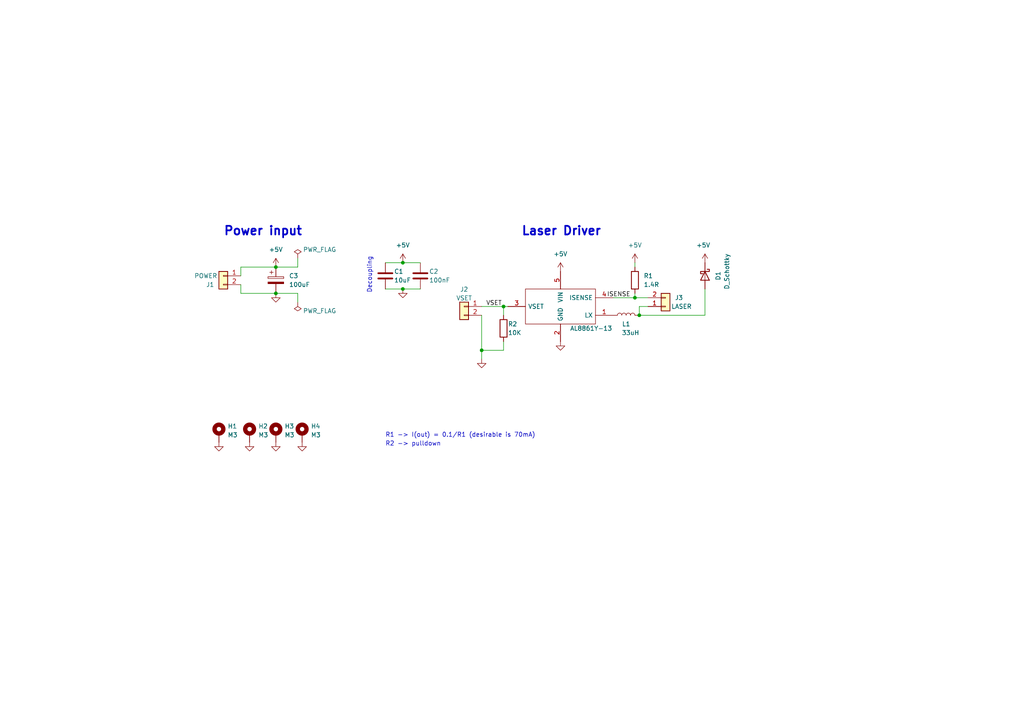
<source format=kicad_sch>
(kicad_sch (version 20211123) (generator eeschema)
  (paper "A4")
  (title_block (title "Laser Driver") (date "2022-08-27") (rev "1") (company "Adam Procházka VUT FIT "))
  (lib_symbols
    (symbol "AL8861Y-13:AL8861Y-13" (pin_names (offset 0.762))
      (property "Reference" "IC" (at 26.67 7.62 0))
      (property "Value" "AL8861Y-13" (at 26.67 5.08 0))
      (symbol "AL8861Y-13_0_0"
        (pin passive line (at 30.48 -5.08 180) (length 5.08) (name "LX") (number "1"))
        (pin passive line (at 15.24 -12.7 90) (length 5.08) (name "GND") (number "2"))
        (pin passive line (at 0 -2.54 0) (length 5.08) (name "VSET") (number "3"))
        (pin passive line (at 30.48 0 180) (length 5.08) (name "ISENSE") (number "4"))
        (pin passive line (at 15.24 7.62 270) (length 5.08) (name "VIN") (number "5"))
      )
      (symbol "AL8861Y-13_0_1"
        (polyline (pts (xy 5.08 2.54) (xy 25.4 2.54) (xy 25.4 -7.62) (xy 5.08 -7.62) (xy 5.08 2.54)) (stroke (width 0.1524)))
      )
    )
    (symbol "Connector_Generic:Conn_01x02" (pin_names (offset 1.016) hide)
      (property "Reference" "J" (at 0 2.54 0))
      (property "Value" "Conn_01x02" (at 0 -5.08 0))
      (symbol "Conn_01x02_1_1"
        (rectangle (start -1.27 -2.413) (end 0 -2.667) (stroke (width 0.1524)))
        (rectangle (start -1.27 0.127) (end 0 -0.127) (stroke (width 0.1524)))
        (rectangle (start -1.27 1.27) (end 1.27 -3.81) (stroke (width 0.254)) (fill (type background)))
        (pin passive line (at -5.08 0 0) (length 3.81) (name "Pin_1") (number "1"))
        (pin passive line (at -5.08 -2.54 0) (length 3.81) (name "Pin_2") (number "2"))
      )
    )
    (symbol "Device:C" (pin_numbers hide) (pin_names (offset 0.254))
      (property "Reference" "C" (at 0.635 2.54 0))
      (property "Value" "C" (at 0.635 -2.54 0))
      (symbol "C_0_1"
        (polyline (pts (xy -2.032 -0.762) (xy 2.032 -0.762)) (stroke (width 0.508)))
        (polyline (pts (xy -2.032 0.762) (xy 2.032 0.762)) (stroke (width 0.508)))
      )
      (symbol "C_1_1"
        (pin passive line (at 0 3.81 270) (length 2.794) (name "~") (number "1"))
        (pin passive line (at 0 -3.81 90) (length 2.794) (name "~") (number "2"))
      )
    )
    (symbol "Device:C_Polarized" (pin_numbers hide) (pin_names (offset 0.254))
      (property "Reference" "C" (at 0.635 2.54 0))
      (property "Value" "C_Polarized" (at 0.635 -2.54 0))
      (symbol "C_Polarized_0_1"
        (rectangle (start -2.286 0.508) (end 2.286 1.016))
        (polyline (pts (xy -1.778 2.286) (xy -0.762 2.286)))
        (polyline (pts (xy -1.27 2.794) (xy -1.27 1.778)))
        (rectangle (start 2.286 -0.508) (end -2.286 -1.016) (fill (type outline)))
      )
      (symbol "C_Polarized_1_1"
        (pin passive line (at 0 3.81 270) (length 2.794) (name "~") (number "1"))
        (pin passive line (at 0 -3.81 90) (length 2.794) (name "~") (number "2"))
      )
    )
    (symbol "Device:D_Schottky" (pin_numbers hide) (pin_names (offset 1.016) hide)
      (property "Reference" "D" (at 0 2.54 0))
      (property "Value" "D_Schottky" (at 0 -2.54 0))
      (symbol "D_Schottky_0_1"
        (polyline (pts (xy 1.27 0) (xy -1.27 0)))
        (polyline (pts (xy 1.27 1.27) (xy 1.27 -1.27) (xy -1.27 0) (xy 1.27 1.27)) (stroke (width 0.254)))
        (polyline (pts (xy -1.905 0.635) (xy -1.905 1.27) (xy -1.27 1.27) (xy -1.27 -1.27) (xy -0.635 -1.27) (xy -0.635 -0.635)) (stroke (width 0.254)))
      )
      (symbol "D_Schottky_1_1"
        (pin passive line (at -3.81 0 0) (length 2.54) (name "K") (number "1"))
        (pin passive line (at 3.81 0 180) (length 2.54) (name "A") (number "2"))
      )
    )
    (symbol "Device:L" (pin_numbers hide) (pin_names (offset 1.016) hide)
      (property "Reference" "L" (at -1.27 0 90))
      (property "Value" "L" (at 1.905 0 90))
      (symbol "L_0_1"
        (arc (start 0 -2.54) (mid 0.635 -1.905) (end 0 -1.27))
        (arc (start 0 -1.27) (mid 0.635 -0.635) (end 0 0))
        (arc (start 0 0) (mid 0.635 0.635) (end 0 1.27))
        (arc (start 0 1.27) (mid 0.635 1.905) (end 0 2.54))
      )
      (symbol "L_1_1"
        (pin passive line (at 0 3.81 270) (length 1.27) (name "1") (number "1"))
        (pin passive line (at 0 -3.81 90) (length 1.27) (name "2") (number "2"))
      )
    )
    (symbol "Device:R" (pin_numbers hide) (pin_names (offset 0))
      (property "Reference" "R" (at 2.032 0 90))
      (property "Value" "R" (at 0 0 90))
      (symbol "R_0_1"
        (rectangle (start -1.016 -2.54) (end 1.016 2.54) (stroke (width 0.254)))
      )
      (symbol "R_1_1"
        (pin passive line (at 0 3.81 270) (length 1.27) (name "~") (number "1"))
        (pin passive line (at 0 -3.81 90) (length 1.27) (name "~") (number "2"))
      )
    )
    (symbol "Mechanical:MountingHole_Pad" (pin_numbers hide) (pin_names (offset 1.016) hide)
      (property "Reference" "H" (at 0 6.35 0))
      (property "Value" "MountingHole_Pad" (at 0 4.445 0))
      (symbol "MountingHole_Pad_0_1"
        (circle (center 0 1.27) (radius 1.27) (stroke (width 1.27)))
      )
      (symbol "MountingHole_Pad_1_1"
        (pin input line (at 0 -2.54 90) (length 2.54) (name "1") (number "1"))
      )
    )
    (symbol "power:+5V" (power) (pin_names (offset 0))
      (property "Value" "+5V" (at 0 3.556 0))
      (symbol "+5V_0_1"
        (polyline (pts (xy -0.762 1.27) (xy 0 2.54)))
        (polyline (pts (xy 0 0) (xy 0 2.54)))
        (polyline (pts (xy 0 2.54) (xy 0.762 1.27)))
      )
      (symbol "+5V_1_1"
        (pin power_in line (at 0 0 90) (length 0) hide (name "+5V") (number "1"))
      )
    )
    (symbol "power:GND" (power) (pin_names (offset 0))
      (property "Value" "GND" (at 0 -3.81 0))
      (symbol "GND_0_1"
        (polyline (pts (xy 0 0) (xy 0 -1.27) (xy 1.27 -1.27) (xy 0 -2.54) (xy -1.27 -1.27) (xy 0 -1.27)))
      )
      (symbol "GND_1_1"
        (pin power_in line (at 0 0 270) (length 0) hide (name "GND") (number "1"))
      )
    )
    (symbol "power:PWR_FLAG" (power) (pin_numbers hide) (pin_names (offset 0) hide)
      (property "Value" "PWR_FLAG" (at 0 3.81 0))
      (symbol "PWR_FLAG_0_0"
        (pin power_out line (at 0 0 90) (length 0) (name "pwr") (number "1"))
      )
      (symbol "PWR_FLAG_0_1"
        (polyline (pts (xy 0 0) (xy 0 1.27) (xy -1.016 1.905) (xy 0 2.54) (xy 1.016 1.905) (xy 0 1.27)))
      )
    )
  )
  (junction (at 185.42 91.44))
  (junction (at 116.84 83.82))
  (junction (at 116.84 76.2))
  (junction (at 80.01 77.47))
  (junction (at 80.01 85.09))
  (junction (at 184.15 86.36))
  (junction (at 139.7 101.6))
  (junction (at 146.05 88.9))
  (wire (pts (xy 111.76 76.2) (xy 116.84 76.2)))
  (wire (pts (xy 139.7 101.6) (xy 139.7 104.14)))
  (wire (pts (xy 185.42 88.9) (xy 185.42 91.44)))
  (wire (pts (xy 69.85 85.09) (xy 80.01 85.09)))
  (wire (pts (xy 116.84 83.82) (xy 111.76 83.82)))
  (wire (pts (xy 139.7 101.6) (xy 146.05 101.6)))
  (wire (pts (xy 146.05 101.6) (xy 146.05 99.06)))
  (wire (pts (xy 69.85 80.01) (xy 69.85 77.47)))
  (wire (pts (xy 185.42 88.9) (xy 187.96 88.9)))
  (wire (pts (xy 80.01 77.47) (xy 86.36 77.47)))
  (wire (pts (xy 184.15 76.2) (xy 184.15 77.47)))
  (wire (pts (xy 204.47 83.82) (xy 204.47 91.44)))
  (wire (pts (xy 139.7 91.44) (xy 139.7 101.6)))
  (wire (pts (xy 86.36 87.63) (xy 86.36 85.09)))
  (wire (pts (xy 184.15 86.36) (xy 184.15 85.09)))
  (wire (pts (xy 146.05 88.9) (xy 147.32 88.9)))
  (wire (pts (xy 69.85 77.47) (xy 80.01 77.47)))
  (wire (pts (xy 185.42 91.44) (xy 204.47 91.44)))
  (wire (pts (xy 80.01 85.09) (xy 86.36 85.09)))
  (wire (pts (xy 187.96 86.36) (xy 184.15 86.36)))
  (wire (pts (xy 86.36 74.93) (xy 86.36 77.47)))
  (wire (pts (xy 139.7 88.9) (xy 146.05 88.9)))
  (wire (pts (xy 116.84 83.82) (xy 121.92 83.82)))
  (wire (pts (xy 146.05 88.9) (xy 146.05 91.44)))
  (wire (pts (xy 177.8 86.36) (xy 184.15 86.36)))
  (wire (pts (xy 116.84 76.2) (xy 121.92 76.2)))
  (wire (pts (xy 69.85 82.55) (xy 69.85 85.09)))
  (text "R2 -> pulldown" (at 111.76 129.54 0) (effects (font (size 1.27 1.27)) (justify left bottom)))
  (text "R1 -> I(out) = 0.1/R1 (desirable is 70mA)" (at 111.76 127 0) (effects (font (size 1.27 1.27)) (justify left bottom)))
  (text "Decoupling" (at 107.95 85.09 90) (effects (font (size 1.27 1.27)) (justify left bottom)))
  (text "Laser Driver" (at 151.13 68.58 0) (effects (font (size 2.5 2.5) (thickness 0.5) bold) (justify left bottom)))
  (text "Power input" (at 64.77 68.58 0) (effects (font (size 2.5 2.5) (thickness 0.5) bold) (justify left bottom)))
  (label "VSET" (at 140.97 88.9 0))
  (label "ISENSE" (at 182.88 86.36 180))
  (symbol (lib_id "power:GND") (at 63.5 128.27 0) (unit 1)
    (property "Reference" "#PWR0111" (effects hide))
    (property "Value" "GND" (effects hide))
  )
  (symbol (lib_id "power:GND") (at 162.56 99.06 0) (unit 1)
    (property "Reference" "#PWR0109" (effects hide))
    (property "Value" "GND" (effects hide))
  )
  (symbol (lib_id "Mechanical:MountingHole_Pad") (at 72.39 125.73 0) (unit 1)
    (property "Reference" "H2" (at 74.93 123.6253 0) (effects (justify left)))
    (property "Value" "M3" (at 74.93 126.1622 0) (effects (justify left)))
    (property "Footprint" "MountingHole:MountingHole_3.2mm_M3_Pad_Via" (effects hide))
  )
  (symbol (lib_id "Device:R") (at 184.15 81.28 0) (unit 1)
    (property "Reference" "R1" (at 186.69 80.0099 0) (effects (justify left)))
    (property "Value" "1.4R" (at 186.69 82.5499 0) (effects (justify left)))
    (property "Footprint" "Resistor_SMD:R_1206_3216Metric_Pad1.30x1.75mm_HandSolder" (effects hide))
    (property "Datasheet" "https://cz.mouser.com/datasheet/2/427/crcwhpe3-1713858.pdf" (effects hide))
    (property "Description" "Pulse Proof, High Power Thick Film Chip Resistors" (effects hide))
    (property "Height" "0.5" (effects hide))
    (property "Manufacturer_Name" "Vishay" (effects hide))
    (property "Manufacturer_Part_Number" "CRCW12061R40FKEAHP" (effects hide))
    (property "Mouser Part Number" "71-CRCW12061R40FKEAH" (effects hide))
    (property "Mouser Price/Stock" "https://cz.mouser.com/ProductDetail/Vishay-Dale/CRCW12061R40FKEAHP?qs=sGAEpiMZZMtlubZbdhIBIKX7RhrzB5EAcpOpcfNegIg%3D" (effects hide))
  )
  (symbol (lib_id "power:GND") (at 80.01 85.09 0) (unit 1)
    (property "Reference" "#PWR0104" (effects hide))
    (property "Value" "GND" (effects hide))
  )
  (symbol (lib_id "Device:C") (at 111.76 80.01 0) (unit 1)
    (property "Reference" "C1" (at 114.3 78.74 0) (effects (justify left)))
    (property "Value" "10uF" (at 114.3 81.28 0) (effects (justify left)))
    (property "Footprint" "Capacitor_SMD:C_1206_3216Metric_Pad1.33x1.80mm_HandSolder" (effects hide))
    (property "Datasheet" "https://cz.mouser.com/datasheet/2/40/AVXC_S_A0011739160_1-2538294.pdf" (effects hide))
    (property "Description" "Niobium Oxide Capacitor - low ESR" (effects hide))
    (property "Height" "1.6" (effects hide))
    (property "Manufacturer_Name" "Kyocera AVX" (effects hide))
    (property "Manufacturer_Part_Number" "NOSA106M006R0800" (effects hide))
    (property "Mouser Part Number" "581-NOSA106M006R0800" (effects hide))
    (property "Mouser Price/Stock" "https://cz.mouser.com/ProductDetail/Kyocera-AVX/NOSA106M006R0800?qs=lf4nBRBu87N2KPP%2FFTCh%2Fg%3D%3D" (effects hide))
  )
  (symbol (lib_id "AL8861Y-13:AL8861Y-13") (at 147.32 86.36 0) (unit 1)
    (property "Reference" "U0" (effects hide))
    (property "Value" "AL8861Y-13" (at 171.45 95.25 0))
    (property "Footprint" "SOT89-5" (effects hide))
    (property "Datasheet" "https://www.diodes.com/assets/Datasheets/AL8861.pdf" (effects hide))
    (property "Manufacturer_Name" "Diodes Inc." (effects hide))
    (property "Description" "LED Lighting Drivers LED MV Int Switch" (effects hide))
    (property "Mouser Part Number" "621-AL8861Y-13" (effects hide))
    (property "Mouser Price/Stock" "https://www.mouser.co.uk/ProductDetail/Diodes-Incorporated/AL8861Y-13?qs=5666Nh5RPmZ5OdrCTpVMTQ%3D%3D" (effects hide))
    (property "Manufacturer_Part_Number" "AL8861Y-13" (effects hide))
  )
  (symbol (lib_id "Mechanical:MountingHole_Pad") (at 87.63 125.73 0) (unit 1)
    (property "Reference" "H4" (at 90.17 123.6253 0) (effects (justify left)))
    (property "Value" "M3" (at 90.17 126.1622 0) (effects (justify left)))
    (property "Footprint" "MountingHole:MountingHole_3.2mm_M3_Pad_Via" (effects hide))
  )
  (symbol (lib_id "Device:C_Polarized") (at 80.01 81.28 0) (unit 1)
    (property "Reference" "C3" (at 83.82 80.01 0) (effects (justify left)))
    (property "Value" "100uF" (at 83.82 82.55 0) (effects (justify left)))
    (property "Footprint" "Capacitor_SMD:CP_Elec_5x5.3" (effects hide))
    (property "Datasheet" "https://cz.mouser.com/datasheet/2/445/865080142007-1726600.pdf" (effects hide))
    (property "Description" "Electrolytic capacitor" (effects hide))
    (property "Manufacturer_Name" "Wurth Elektronik" (effects hide))
    (property "Manufacturer_Part_Number" "865080142007" (effects hide))
    (property "Mouser Part Number" "710-865080142007" (effects hide))
    (property "Mouser Price/Stock" "https://cz.mouser.com/ProductDetail/Wurth-Elektronik/865080142007?qs=0KOYDY2FL2%2Fwso3YmuIP2w%3D%3D" (effects hide))
  )
  (symbol (lib_id "power:GND") (at 139.7 104.14 0) (unit 1)
    (property "Reference" "#PWR0101" (effects hide))
    (property "Value" "GND" (effects hide))
  )
  (symbol (lib_id "Device:R") (at 146.05 95.25 0) (unit 1)
    (property "Reference" "R2" (at 147.32 93.98 0) (effects (justify left)))
    (property "Value" "10K" (at 147.32 96.52 0) (effects (justify left)))
    (property "Footprint" "Resistor_SMD:R_1206_3216Metric_Pad1.30x1.75mm_HandSolder" (effects hide))
    (property "Datasheet" "https://cz.mouser.com/datasheet/2/427/crma-1765222.pdf" (effects hide))
    (property "Description" "Thick Film Chip Resistors, High Voltage" (effects hide))
    (property "Height" "0.64" (effects hide))
    (property "Manufacturer_Name" "Vishay" (effects hide))
    (property "Manufacturer_Part_Number" "CRMA1206AF10M0DKEF" (effects hide))
    (property "Mouser Part Number" "71-CRMA1206AF10M0DKF" (effects hide))
    (property "Mouser Price/Stock" "https://cz.mouser.com/ProductDetail/Vishay/CRMA1206AF10M0DKEF?qs=sGAEpiMZZMtlubZbdhIBIBxun8lRlHAq%2FIz2krH0LIo%3D" (effects hide))
  )
  (symbol (lib_id "Device:C") (at 121.92 80.01 0) (unit 1)
    (property "Reference" "C2" (at 124.46 78.74 0) (effects (justify left)))
    (property "Value" "100nF" (at 124.46 81.28 0) (effects (justify left)))
    (property "Footprint" "Capacitor_SMD:C_1206_3216Metric_Pad1.33x1.80mm_HandSolder" (effects hide))
    (property "Datasheet" "https://cz.mouser.com/datasheet/2/40/cx5r-776519.pdf" (effects hide))
    (property "Description" "General Purpose Dielectric for Ceramic Capacitors" (effects hide))
    (property "Manufacturer_Name" "Kyocera AVX" (effects hide))
    (property "Manufacturer_Part_Number" "12066D104KAT4A" (effects hide))
    (property "Mouser Part Number" "581-12066D104KAT4A" (effects hide))
    (property "Mouser Price/Stock" "https://cz.mouser.com/ProductDetail/Kyocera-AVX/12066D104KAT4A?qs=np9tehfYv7O1LpY%2FkoBbBg%3D%3D" (effects hide))
  )
  (symbol (lib_id "Device:L") (at 181.61 91.44 90) (unit 1)
    (property "Reference" "L1" (at 181.61 93.98 90))
    (property "Value" "33uH" (at 182.88 96.52 90))
    (property "Footprint" "Custom:4800S" (effects hide))
    (property "Datasheet" "https://search.murata.co.jp/Ceramy/image/img/P02A/kmp_4800s.pdf" (effects hide))
    (property "Description" "Shielded Surface Mount Power Inductor" (effects hide))
    (property "Height" "6" (effects hide))
    (property "Manufacturer_Name" "Murata" (effects hide))
    (property "Manufacturer_Part_Number" "48330SC" (effects hide))
    (property "Mouser Part Number" "580-48330SC" (effects hide))
    (property "Mouser Price/Stock" "https://cz.mouser.com/ProductDetail/Murata-Power-Solutions/48330SC?qs=ocmcTMnGEDhjG7rGQPBfBw%3D%3D" (effects hide))
  )
  (symbol (lib_id "power:+5V") (at 116.84 76.2 0) (unit 1)
    (property "Reference" "#PWR0105" (effects hide))
    (property "Value" "+5V" (at 116.84 71.12 0))
  )
  (symbol (lib_id "power:PWR_FLAG") (at 86.36 74.93 0) (unit 1)
    (property "Reference" "#FLG0101" (effects hide))
    (property "Value" "PWR_FLAG" (at 92.71 72.39 0))
  )
  (symbol (lib_id "power:PWR_FLAG") (at 86.36 87.63 180) (unit 1)
    (property "Reference" "#FLG0102" (effects hide))
    (property "Value" "PWR_FLAG" (at 92.71 90.17 0))
  )
  (symbol (lib_id "Mechanical:MountingHole_Pad") (at 63.5 125.73 0) (unit 1)
    (property "Reference" "H1" (at 66.04 123.6253 0) (effects (justify left)))
    (property "Value" "M3" (at 66.04 126.1622 0) (effects (justify left)))
    (property "Footprint" "MountingHole:MountingHole_3.2mm_M3_Pad_Via" (effects hide))
  )
  (symbol (lib_id "Device:D_Schottky") (at 204.47 80.01 270) (unit 1)
    (property "Reference" "D1" (at 208.28 80.01 0))
    (property "Value" "D_Schottky" (at 210.82 78.74 0))
    (property "Footprint" "Diode_SMD:D_SOD-123F" (effects hide))
    (property "Datasheet" "https://cz.mouser.com/datasheet/2/427/sl02-2898123.pdf" (effects hide))
    (property "Description" "Schottky Rectifier Surface-Mount " (effects hide))
    (property "Manufacturer_Name" "Vishay" (effects hide))
    (property "Manufacturer_Part_Number" "SL02-GS08" (effects hide))
    (property "Mouser Part Number" "78-SL02" (effects hide))
    (property "Mouser Price/Stock" "https://cz.mouser.com/ProductDetail/Vishay-Semiconductors/SL02-GS08?qs=VyI7xC7jlbxcLcoe289VUw%3D%3D" (effects hide))
  )
  (symbol (lib_id "Connector_Generic:Conn_01x02") (at 134.62 88.9 0) (mirror y) (unit 1)
    (property "Reference" "J2" (at 134.62 83.9302 0))
    (property "Value" "VSET" (at 134.62 86.4671 0))
    (property "Footprint" "Connector_Molex:Molex_Nano-Fit_105313-xx02_1x02_P2.50mm_Horizontal" (effects hide))
  )
  (symbol (lib_id "power:GND") (at 116.84 83.82 0) (unit 1)
    (property "Reference" "#PWR0106" (effects hide))
    (property "Value" "GND" (effects hide))
  )
  (symbol (lib_id "power:+5V") (at 184.15 76.2 0) (unit 1)
    (property "Reference" "#PWR0108" (effects hide))
    (property "Value" "+5V" (at 184.15 71.12 0))
  )
  (symbol (lib_id "Connector_Generic:Conn_01x02") (at 64.77 80.01 0) (mirror y) (unit 1)
    (property "Reference" "J1" (at 60.96 82.55 0))
    (property "Value" "POWER" (at 59.69 80.01 0))
    (property "Footprint" "Connector_Molex:Molex_Nano-Fit_105313-xx02_1x02_P2.50mm_Horizontal" (effects hide))
  )
  (symbol (lib_id "power:+5V") (at 80.01 77.47 0) (unit 1)
    (property "Reference" "#PWR0107" (effects hide))
    (property "Value" "+5V" (at 80.01 72.39 0))
  )
  (symbol (lib_id "power:GND") (at 72.39 128.27 0) (unit 1)
    (property "Reference" "#PWR0112" (effects hide))
    (property "Value" "GND" (effects hide))
  )
  (symbol (lib_id "power:+5V") (at 204.47 76.2 0) (unit 1)
    (property "Reference" "#PWR0102" (effects hide))
    (property "Value" "+5V" (at 201.93 71.12 0) (effects (justify left)))
  )
  (symbol (lib_id "Connector_Generic:Conn_01x02") (at 193.04 88.9 0) (mirror x) (unit 1)
    (property "Reference" "J3" (at 198.12 86.36 0) (effects (justify right)))
    (property "Value" "LASER" (at 200.66 88.9 0) (effects (justify right)))
    (property "Footprint" "Connector_Molex:Molex_Nano-Fit_105313-xx02_1x02_P2.50mm_Horizontal" (effects hide))
  )
  (symbol (lib_id "Mechanical:MountingHole_Pad") (at 80.01 125.73 0) (unit 1)
    (property "Reference" "H3" (at 82.55 123.6253 0) (effects (justify left)))
    (property "Value" "M3" (at 82.55 126.1622 0) (effects (justify left)))
    (property "Footprint" "MountingHole:MountingHole_3.2mm_M3_Pad_Via" (effects hide))
  )
  (symbol (lib_id "power:GND") (at 80.01 128.27 0) (unit 1)
    (property "Reference" "#PWR0110" (effects hide))
    (property "Value" "GND" (effects hide))
  )
  (symbol (lib_id "power:+5V") (at 162.56 78.74 0) (unit 1)
    (property "Reference" "#PWR0103" (effects hide))
    (property "Value" "+5V" (at 162.56 73.66 0))
  )
  (symbol (lib_id "power:GND") (at 87.63 128.27 0) (unit 1)
    (property "Reference" "#PWR0113" (effects hide))
    (property "Value" "GND" (effects hide))
  )
)
</source>
